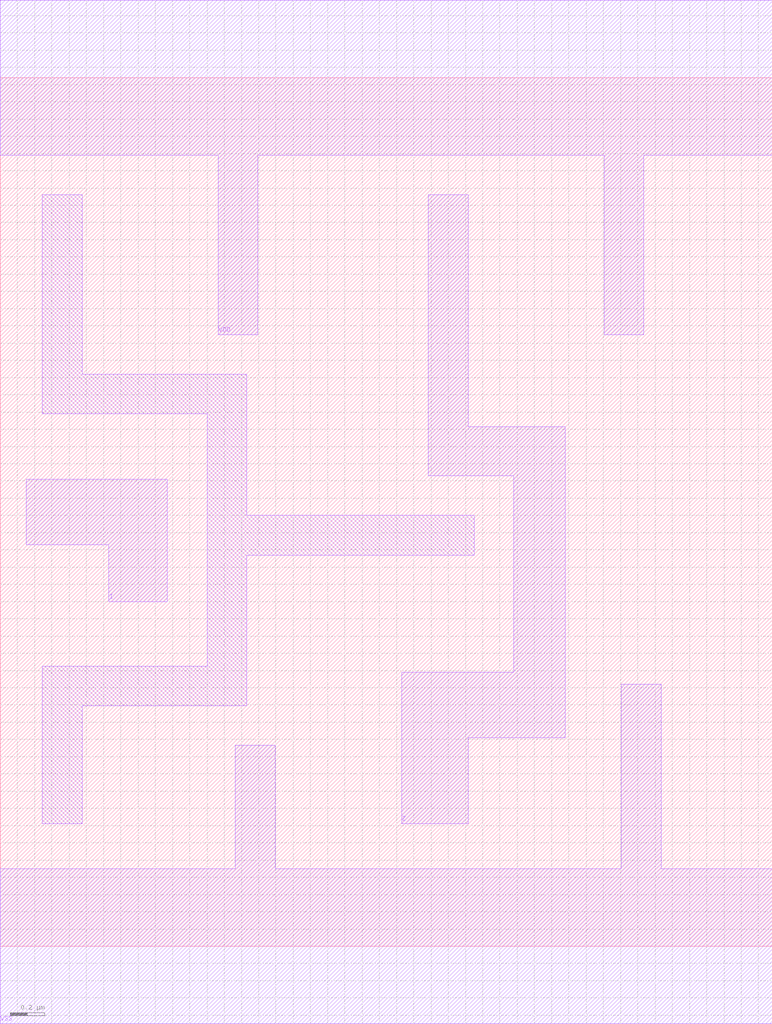
<source format=lef>
# Copyright 2022 GlobalFoundries PDK Authors
#
# Licensed under the Apache License, Version 2.0 (the "License");
# you may not use this file except in compliance with the License.
# You may obtain a copy of the License at
#
#      http://www.apache.org/licenses/LICENSE-2.0
#
# Unless required by applicable law or agreed to in writing, software
# distributed under the License is distributed on an "AS IS" BASIS,
# WITHOUT WARRANTIES OR CONDITIONS OF ANY KIND, either express or implied.
# See the License for the specific language governing permissions and
# limitations under the License.

MACRO gf180mcu_fd_sc_mcu9t5v0__buf_2
  CLASS core ;
  FOREIGN gf180mcu_fd_sc_mcu9t5v0__buf_2 0.0 0.0 ;
  ORIGIN 0 0 ;
  SYMMETRY X Y ;
  SITE GF018hv5v_green_sc9 ;
  SIZE 4.48 BY 5.04 ;
  PIN I
    DIRECTION INPUT ;
    ANTENNAGATEAREA 1.707 ;
    PORT
      LAYER METAL1 ;
        POLYGON 0.15 2.33 0.63 2.33 0.63 2 0.97 2 0.97 2.71 0.15 2.71  ;
    END
  END I
  PIN Z
    DIRECTION OUTPUT ;
    ANTENNADIFFAREA 1.821 ;
    PORT
      LAYER METAL1 ;
        POLYGON 2.485 2.73 2.75 2.73 2.98 2.73 2.98 1.59 2.33 1.59 2.33 0.71 2.715 0.71 2.715 1.21 3.28 1.21 3.28 3.015 2.75 3.015 2.715 3.015 2.715 4.36 2.485 4.36  ;
    END
  END Z
  PIN VDD
    DIRECTION INOUT ;
    USE power ;
    SHAPE ABUTMENT ;
    PORT
      LAYER METAL1 ;
        POLYGON 0 4.59 1.265 4.59 1.265 3.55 1.495 3.55 1.495 4.59 2.75 4.59 3.505 4.59 3.505 3.55 3.735 3.55 3.735 4.59 4.48 4.59 4.48 5.49 2.75 5.49 0 5.49  ;
    END
  END VDD
  PIN VSS
    DIRECTION INOUT ;
    USE ground ;
    SHAPE ABUTMENT ;
    PORT
      LAYER METAL1 ;
        POLYGON 0 -0.45 4.48 -0.45 4.48 0.45 3.835 0.45 3.835 1.52 3.605 1.52 3.605 0.45 1.595 0.45 1.595 1.165 1.365 1.165 1.365 0.45 0 0.45  ;
    END
  END VSS
  OBS
      LAYER METAL1 ;
        POLYGON 0.245 3.09 1.2 3.09 1.2 1.625 0.245 1.625 0.245 0.71 0.475 0.71 0.475 1.395 1.43 1.395 1.43 2.27 2.75 2.27 2.75 2.5 1.43 2.5 1.43 3.32 0.475 3.32 0.475 4.36 0.245 4.36  ;
  END
END gf180mcu_fd_sc_mcu9t5v0__buf_2

</source>
